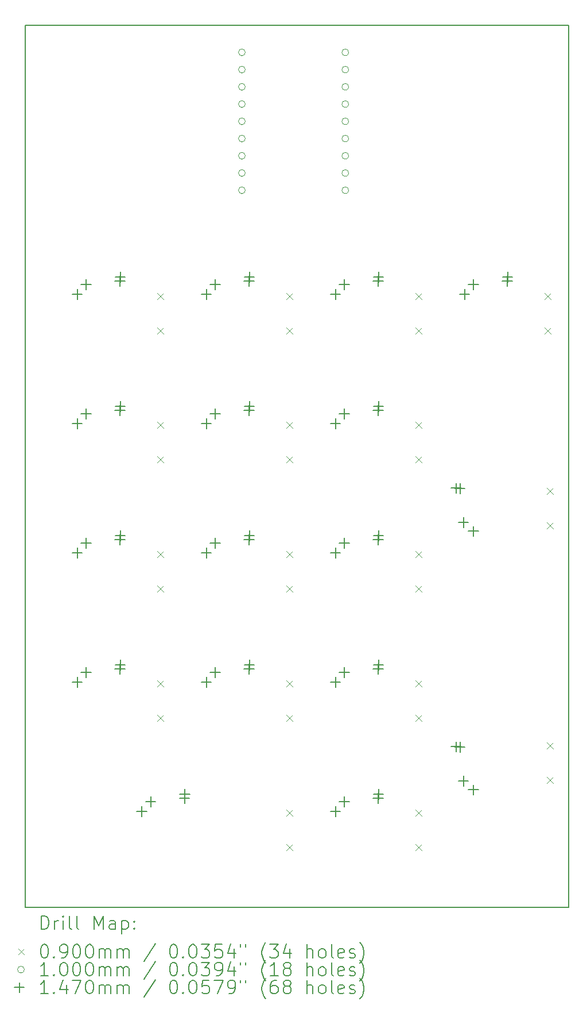
<source format=gbr>
%TF.GenerationSoftware,KiCad,Pcbnew,7.0.1*%
%TF.CreationDate,2023-10-11T20:02:27-04:00*%
%TF.ProjectId,keyboard,6b657962-6f61-4726-942e-6b696361645f,rev?*%
%TF.SameCoordinates,Original*%
%TF.FileFunction,Drillmap*%
%TF.FilePolarity,Positive*%
%FSLAX45Y45*%
G04 Gerber Fmt 4.5, Leading zero omitted, Abs format (unit mm)*
G04 Created by KiCad (PCBNEW 7.0.1) date 2023-10-11 20:02:27*
%MOMM*%
%LPD*%
G01*
G04 APERTURE LIST*
%ADD10C,0.200000*%
%ADD11C,0.090000*%
%ADD12C,0.100000*%
%ADD13C,0.147000*%
G04 APERTURE END LIST*
D10*
X26000000Y-10200000D02*
X34020000Y-10200000D01*
X34020000Y-23200000D02*
X26000000Y-23200000D01*
X34020000Y-10200000D02*
X34020000Y-23200000D01*
X26000000Y-23200000D02*
X26000000Y-10200000D01*
D11*
X27950000Y-14147000D02*
X28040000Y-14237000D01*
X28040000Y-14147000D02*
X27950000Y-14237000D01*
X27950000Y-14655000D02*
X28040000Y-14745000D01*
X28040000Y-14655000D02*
X27950000Y-14745000D01*
X27950000Y-16043000D02*
X28040000Y-16133000D01*
X28040000Y-16043000D02*
X27950000Y-16133000D01*
X27950000Y-16551000D02*
X28040000Y-16641000D01*
X28040000Y-16551000D02*
X27950000Y-16641000D01*
X27950000Y-17948000D02*
X28040000Y-18038000D01*
X28040000Y-17948000D02*
X27950000Y-18038000D01*
X27950000Y-18456000D02*
X28040000Y-18546000D01*
X28040000Y-18456000D02*
X27950000Y-18546000D01*
X27950000Y-19853000D02*
X28040000Y-19943000D01*
X28040000Y-19853000D02*
X27950000Y-19943000D01*
X27950000Y-20361000D02*
X28040000Y-20451000D01*
X28040000Y-20361000D02*
X27950000Y-20451000D01*
X29855000Y-14147000D02*
X29945000Y-14237000D01*
X29945000Y-14147000D02*
X29855000Y-14237000D01*
X29855000Y-14655000D02*
X29945000Y-14745000D01*
X29945000Y-14655000D02*
X29855000Y-14745000D01*
X29855000Y-16043000D02*
X29945000Y-16133000D01*
X29945000Y-16043000D02*
X29855000Y-16133000D01*
X29855000Y-16551000D02*
X29945000Y-16641000D01*
X29945000Y-16551000D02*
X29855000Y-16641000D01*
X29855000Y-17948000D02*
X29945000Y-18038000D01*
X29945000Y-17948000D02*
X29855000Y-18038000D01*
X29855000Y-18456000D02*
X29945000Y-18546000D01*
X29945000Y-18456000D02*
X29855000Y-18546000D01*
X29855000Y-19853000D02*
X29945000Y-19943000D01*
X29945000Y-19853000D02*
X29855000Y-19943000D01*
X29855000Y-20361000D02*
X29945000Y-20451000D01*
X29945000Y-20361000D02*
X29855000Y-20451000D01*
X29855000Y-21758000D02*
X29945000Y-21848000D01*
X29945000Y-21758000D02*
X29855000Y-21848000D01*
X29855000Y-22266000D02*
X29945000Y-22356000D01*
X29945000Y-22266000D02*
X29855000Y-22356000D01*
X31760000Y-14147000D02*
X31850000Y-14237000D01*
X31850000Y-14147000D02*
X31760000Y-14237000D01*
X31760000Y-14655000D02*
X31850000Y-14745000D01*
X31850000Y-14655000D02*
X31760000Y-14745000D01*
X31760000Y-16043000D02*
X31850000Y-16133000D01*
X31850000Y-16043000D02*
X31760000Y-16133000D01*
X31760000Y-16551000D02*
X31850000Y-16641000D01*
X31850000Y-16551000D02*
X31760000Y-16641000D01*
X31760000Y-17948000D02*
X31850000Y-18038000D01*
X31850000Y-17948000D02*
X31760000Y-18038000D01*
X31760000Y-18456000D02*
X31850000Y-18546000D01*
X31850000Y-18456000D02*
X31760000Y-18546000D01*
X31760000Y-19853000D02*
X31850000Y-19943000D01*
X31850000Y-19853000D02*
X31760000Y-19943000D01*
X31760000Y-20361000D02*
X31850000Y-20451000D01*
X31850000Y-20361000D02*
X31760000Y-20451000D01*
X31760000Y-21758000D02*
X31850000Y-21848000D01*
X31850000Y-21758000D02*
X31760000Y-21848000D01*
X31760000Y-22266000D02*
X31850000Y-22356000D01*
X31850000Y-22266000D02*
X31760000Y-22356000D01*
X33665000Y-14147500D02*
X33755000Y-14237500D01*
X33755000Y-14147500D02*
X33665000Y-14237500D01*
X33665000Y-14655500D02*
X33755000Y-14745500D01*
X33755000Y-14655500D02*
X33665000Y-14745500D01*
X33699000Y-17020000D02*
X33789000Y-17110000D01*
X33789000Y-17020000D02*
X33699000Y-17110000D01*
X33699000Y-17528000D02*
X33789000Y-17618000D01*
X33789000Y-17528000D02*
X33699000Y-17618000D01*
X33699000Y-20770000D02*
X33789000Y-20860000D01*
X33789000Y-20770000D02*
X33699000Y-20860000D01*
X33699000Y-21278000D02*
X33789000Y-21368000D01*
X33789000Y-21278000D02*
X33699000Y-21368000D01*
D12*
X29250000Y-10600000D02*
G75*
G03*
X29250000Y-10600000I-50000J0D01*
G01*
X29250000Y-10854000D02*
G75*
G03*
X29250000Y-10854000I-50000J0D01*
G01*
X29250000Y-11108000D02*
G75*
G03*
X29250000Y-11108000I-50000J0D01*
G01*
X29250000Y-11362000D02*
G75*
G03*
X29250000Y-11362000I-50000J0D01*
G01*
X29250000Y-11616000D02*
G75*
G03*
X29250000Y-11616000I-50000J0D01*
G01*
X29250000Y-11870000D02*
G75*
G03*
X29250000Y-11870000I-50000J0D01*
G01*
X29250000Y-12124000D02*
G75*
G03*
X29250000Y-12124000I-50000J0D01*
G01*
X29250000Y-12378000D02*
G75*
G03*
X29250000Y-12378000I-50000J0D01*
G01*
X29250000Y-12632000D02*
G75*
G03*
X29250000Y-12632000I-50000J0D01*
G01*
X30775000Y-10600000D02*
G75*
G03*
X30775000Y-10600000I-50000J0D01*
G01*
X30775000Y-10854000D02*
G75*
G03*
X30775000Y-10854000I-50000J0D01*
G01*
X30775000Y-11108000D02*
G75*
G03*
X30775000Y-11108000I-50000J0D01*
G01*
X30775000Y-11362000D02*
G75*
G03*
X30775000Y-11362000I-50000J0D01*
G01*
X30775000Y-11616000D02*
G75*
G03*
X30775000Y-11616000I-50000J0D01*
G01*
X30775000Y-11870000D02*
G75*
G03*
X30775000Y-11870000I-50000J0D01*
G01*
X30775000Y-12124000D02*
G75*
G03*
X30775000Y-12124000I-50000J0D01*
G01*
X30775000Y-12378000D02*
G75*
G03*
X30775000Y-12378000I-50000J0D01*
G01*
X30775000Y-12632000D02*
G75*
G03*
X30775000Y-12632000I-50000J0D01*
G01*
D13*
X26770000Y-14090500D02*
X26770000Y-14237500D01*
X26696500Y-14164000D02*
X26843500Y-14164000D01*
X26770000Y-15995500D02*
X26770000Y-16142500D01*
X26696500Y-16069000D02*
X26843500Y-16069000D01*
X26770000Y-17900500D02*
X26770000Y-18047500D01*
X26696500Y-17974000D02*
X26843500Y-17974000D01*
X26770000Y-19805500D02*
X26770000Y-19952500D01*
X26696500Y-19879000D02*
X26843500Y-19879000D01*
X26901000Y-13944500D02*
X26901000Y-14091500D01*
X26827500Y-14018000D02*
X26974500Y-14018000D01*
X26901000Y-15849500D02*
X26901000Y-15996500D01*
X26827500Y-15923000D02*
X26974500Y-15923000D01*
X26901000Y-17754500D02*
X26901000Y-17901500D01*
X26827500Y-17828000D02*
X26974500Y-17828000D01*
X26901000Y-19659500D02*
X26901000Y-19806500D01*
X26827500Y-19733000D02*
X26974500Y-19733000D01*
X27401000Y-13894500D02*
X27401000Y-14041500D01*
X27327500Y-13968000D02*
X27474500Y-13968000D01*
X27401000Y-15799500D02*
X27401000Y-15946500D01*
X27327500Y-15873000D02*
X27474500Y-15873000D01*
X27401000Y-17704500D02*
X27401000Y-17851500D01*
X27327500Y-17778000D02*
X27474500Y-17778000D01*
X27401000Y-19609500D02*
X27401000Y-19756500D01*
X27327500Y-19683000D02*
X27474500Y-19683000D01*
X27405000Y-13836500D02*
X27405000Y-13983500D01*
X27331500Y-13910000D02*
X27478500Y-13910000D01*
X27405000Y-15741500D02*
X27405000Y-15888500D01*
X27331500Y-15815000D02*
X27478500Y-15815000D01*
X27405000Y-17646500D02*
X27405000Y-17793500D01*
X27331500Y-17720000D02*
X27478500Y-17720000D01*
X27405000Y-19551500D02*
X27405000Y-19698500D01*
X27331500Y-19625000D02*
X27478500Y-19625000D01*
X27722500Y-21710500D02*
X27722500Y-21857500D01*
X27649000Y-21784000D02*
X27796000Y-21784000D01*
X27853500Y-21564500D02*
X27853500Y-21711500D01*
X27780000Y-21638000D02*
X27927000Y-21638000D01*
X28353500Y-21514500D02*
X28353500Y-21661500D01*
X28280000Y-21588000D02*
X28427000Y-21588000D01*
X28357500Y-21456500D02*
X28357500Y-21603500D01*
X28284000Y-21530000D02*
X28431000Y-21530000D01*
X28675000Y-14090500D02*
X28675000Y-14237500D01*
X28601500Y-14164000D02*
X28748500Y-14164000D01*
X28675000Y-15995500D02*
X28675000Y-16142500D01*
X28601500Y-16069000D02*
X28748500Y-16069000D01*
X28675000Y-17900500D02*
X28675000Y-18047500D01*
X28601500Y-17974000D02*
X28748500Y-17974000D01*
X28675000Y-19805500D02*
X28675000Y-19952500D01*
X28601500Y-19879000D02*
X28748500Y-19879000D01*
X28806000Y-13944500D02*
X28806000Y-14091500D01*
X28732500Y-14018000D02*
X28879500Y-14018000D01*
X28806000Y-15849500D02*
X28806000Y-15996500D01*
X28732500Y-15923000D02*
X28879500Y-15923000D01*
X28806000Y-17754500D02*
X28806000Y-17901500D01*
X28732500Y-17828000D02*
X28879500Y-17828000D01*
X28806000Y-19659500D02*
X28806000Y-19806500D01*
X28732500Y-19733000D02*
X28879500Y-19733000D01*
X29306000Y-13894500D02*
X29306000Y-14041500D01*
X29232500Y-13968000D02*
X29379500Y-13968000D01*
X29306000Y-15799500D02*
X29306000Y-15946500D01*
X29232500Y-15873000D02*
X29379500Y-15873000D01*
X29306000Y-17704500D02*
X29306000Y-17851500D01*
X29232500Y-17778000D02*
X29379500Y-17778000D01*
X29306000Y-19609500D02*
X29306000Y-19756500D01*
X29232500Y-19683000D02*
X29379500Y-19683000D01*
X29310000Y-13836500D02*
X29310000Y-13983500D01*
X29236500Y-13910000D02*
X29383500Y-13910000D01*
X29310000Y-15741500D02*
X29310000Y-15888500D01*
X29236500Y-15815000D02*
X29383500Y-15815000D01*
X29310000Y-17646500D02*
X29310000Y-17793500D01*
X29236500Y-17720000D02*
X29383500Y-17720000D01*
X29310000Y-19551500D02*
X29310000Y-19698500D01*
X29236500Y-19625000D02*
X29383500Y-19625000D01*
X30580000Y-14090500D02*
X30580000Y-14237500D01*
X30506500Y-14164000D02*
X30653500Y-14164000D01*
X30580000Y-15995500D02*
X30580000Y-16142500D01*
X30506500Y-16069000D02*
X30653500Y-16069000D01*
X30580000Y-17900500D02*
X30580000Y-18047500D01*
X30506500Y-17974000D02*
X30653500Y-17974000D01*
X30580000Y-19805500D02*
X30580000Y-19952500D01*
X30506500Y-19879000D02*
X30653500Y-19879000D01*
X30580000Y-21710500D02*
X30580000Y-21857500D01*
X30506500Y-21784000D02*
X30653500Y-21784000D01*
X30711000Y-13944500D02*
X30711000Y-14091500D01*
X30637500Y-14018000D02*
X30784500Y-14018000D01*
X30711000Y-15849500D02*
X30711000Y-15996500D01*
X30637500Y-15923000D02*
X30784500Y-15923000D01*
X30711000Y-17754500D02*
X30711000Y-17901500D01*
X30637500Y-17828000D02*
X30784500Y-17828000D01*
X30711000Y-19659500D02*
X30711000Y-19806500D01*
X30637500Y-19733000D02*
X30784500Y-19733000D01*
X30711000Y-21564500D02*
X30711000Y-21711500D01*
X30637500Y-21638000D02*
X30784500Y-21638000D01*
X31211000Y-13894500D02*
X31211000Y-14041500D01*
X31137500Y-13968000D02*
X31284500Y-13968000D01*
X31211000Y-15799500D02*
X31211000Y-15946500D01*
X31137500Y-15873000D02*
X31284500Y-15873000D01*
X31211000Y-17704500D02*
X31211000Y-17851500D01*
X31137500Y-17778000D02*
X31284500Y-17778000D01*
X31211000Y-19609500D02*
X31211000Y-19756500D01*
X31137500Y-19683000D02*
X31284500Y-19683000D01*
X31211000Y-21514500D02*
X31211000Y-21661500D01*
X31137500Y-21588000D02*
X31284500Y-21588000D01*
X31215000Y-13836500D02*
X31215000Y-13983500D01*
X31141500Y-13910000D02*
X31288500Y-13910000D01*
X31215000Y-15741500D02*
X31215000Y-15888500D01*
X31141500Y-15815000D02*
X31288500Y-15815000D01*
X31215000Y-17646500D02*
X31215000Y-17793500D01*
X31141500Y-17720000D02*
X31288500Y-17720000D01*
X31215000Y-19551500D02*
X31215000Y-19698500D01*
X31141500Y-19625000D02*
X31288500Y-19625000D01*
X31215000Y-21456500D02*
X31215000Y-21603500D01*
X31141500Y-21530000D02*
X31288500Y-21530000D01*
X32360500Y-16946300D02*
X32360500Y-17093300D01*
X32287000Y-17019800D02*
X32434000Y-17019800D01*
X32360500Y-20756300D02*
X32360500Y-20903300D01*
X32287000Y-20829800D02*
X32434000Y-20829800D01*
X32418500Y-16950300D02*
X32418500Y-17097300D01*
X32345000Y-17023800D02*
X32492000Y-17023800D01*
X32418500Y-20760300D02*
X32418500Y-20907300D01*
X32345000Y-20833800D02*
X32492000Y-20833800D01*
X32468500Y-17450300D02*
X32468500Y-17597300D01*
X32395000Y-17523800D02*
X32542000Y-17523800D01*
X32468500Y-21260300D02*
X32468500Y-21407300D01*
X32395000Y-21333800D02*
X32542000Y-21333800D01*
X32485000Y-14090500D02*
X32485000Y-14237500D01*
X32411500Y-14164000D02*
X32558500Y-14164000D01*
X32614500Y-17581300D02*
X32614500Y-17728300D01*
X32541000Y-17654800D02*
X32688000Y-17654800D01*
X32614500Y-21391300D02*
X32614500Y-21538300D01*
X32541000Y-21464800D02*
X32688000Y-21464800D01*
X32616000Y-13944500D02*
X32616000Y-14091500D01*
X32542500Y-14018000D02*
X32689500Y-14018000D01*
X33116000Y-13894500D02*
X33116000Y-14041500D01*
X33042500Y-13968000D02*
X33189500Y-13968000D01*
X33120000Y-13836500D02*
X33120000Y-13983500D01*
X33046500Y-13910000D02*
X33193500Y-13910000D01*
D10*
X26237619Y-23522524D02*
X26237619Y-23322524D01*
X26237619Y-23322524D02*
X26285238Y-23322524D01*
X26285238Y-23322524D02*
X26313809Y-23332048D01*
X26313809Y-23332048D02*
X26332857Y-23351095D01*
X26332857Y-23351095D02*
X26342381Y-23370143D01*
X26342381Y-23370143D02*
X26351905Y-23408238D01*
X26351905Y-23408238D02*
X26351905Y-23436809D01*
X26351905Y-23436809D02*
X26342381Y-23474905D01*
X26342381Y-23474905D02*
X26332857Y-23493952D01*
X26332857Y-23493952D02*
X26313809Y-23513000D01*
X26313809Y-23513000D02*
X26285238Y-23522524D01*
X26285238Y-23522524D02*
X26237619Y-23522524D01*
X26437619Y-23522524D02*
X26437619Y-23389190D01*
X26437619Y-23427286D02*
X26447143Y-23408238D01*
X26447143Y-23408238D02*
X26456667Y-23398714D01*
X26456667Y-23398714D02*
X26475714Y-23389190D01*
X26475714Y-23389190D02*
X26494762Y-23389190D01*
X26561428Y-23522524D02*
X26561428Y-23389190D01*
X26561428Y-23322524D02*
X26551905Y-23332048D01*
X26551905Y-23332048D02*
X26561428Y-23341571D01*
X26561428Y-23341571D02*
X26570952Y-23332048D01*
X26570952Y-23332048D02*
X26561428Y-23322524D01*
X26561428Y-23322524D02*
X26561428Y-23341571D01*
X26685238Y-23522524D02*
X26666190Y-23513000D01*
X26666190Y-23513000D02*
X26656667Y-23493952D01*
X26656667Y-23493952D02*
X26656667Y-23322524D01*
X26790000Y-23522524D02*
X26770952Y-23513000D01*
X26770952Y-23513000D02*
X26761428Y-23493952D01*
X26761428Y-23493952D02*
X26761428Y-23322524D01*
X27018571Y-23522524D02*
X27018571Y-23322524D01*
X27018571Y-23322524D02*
X27085238Y-23465381D01*
X27085238Y-23465381D02*
X27151905Y-23322524D01*
X27151905Y-23322524D02*
X27151905Y-23522524D01*
X27332857Y-23522524D02*
X27332857Y-23417762D01*
X27332857Y-23417762D02*
X27323333Y-23398714D01*
X27323333Y-23398714D02*
X27304286Y-23389190D01*
X27304286Y-23389190D02*
X27266190Y-23389190D01*
X27266190Y-23389190D02*
X27247143Y-23398714D01*
X27332857Y-23513000D02*
X27313809Y-23522524D01*
X27313809Y-23522524D02*
X27266190Y-23522524D01*
X27266190Y-23522524D02*
X27247143Y-23513000D01*
X27247143Y-23513000D02*
X27237619Y-23493952D01*
X27237619Y-23493952D02*
X27237619Y-23474905D01*
X27237619Y-23474905D02*
X27247143Y-23455857D01*
X27247143Y-23455857D02*
X27266190Y-23446333D01*
X27266190Y-23446333D02*
X27313809Y-23446333D01*
X27313809Y-23446333D02*
X27332857Y-23436809D01*
X27428095Y-23389190D02*
X27428095Y-23589190D01*
X27428095Y-23398714D02*
X27447143Y-23389190D01*
X27447143Y-23389190D02*
X27485238Y-23389190D01*
X27485238Y-23389190D02*
X27504286Y-23398714D01*
X27504286Y-23398714D02*
X27513809Y-23408238D01*
X27513809Y-23408238D02*
X27523333Y-23427286D01*
X27523333Y-23427286D02*
X27523333Y-23484428D01*
X27523333Y-23484428D02*
X27513809Y-23503476D01*
X27513809Y-23503476D02*
X27504286Y-23513000D01*
X27504286Y-23513000D02*
X27485238Y-23522524D01*
X27485238Y-23522524D02*
X27447143Y-23522524D01*
X27447143Y-23522524D02*
X27428095Y-23513000D01*
X27609048Y-23503476D02*
X27618571Y-23513000D01*
X27618571Y-23513000D02*
X27609048Y-23522524D01*
X27609048Y-23522524D02*
X27599524Y-23513000D01*
X27599524Y-23513000D02*
X27609048Y-23503476D01*
X27609048Y-23503476D02*
X27609048Y-23522524D01*
X27609048Y-23398714D02*
X27618571Y-23408238D01*
X27618571Y-23408238D02*
X27609048Y-23417762D01*
X27609048Y-23417762D02*
X27599524Y-23408238D01*
X27599524Y-23408238D02*
X27609048Y-23398714D01*
X27609048Y-23398714D02*
X27609048Y-23417762D01*
D11*
X25900000Y-23805000D02*
X25990000Y-23895000D01*
X25990000Y-23805000D02*
X25900000Y-23895000D01*
D10*
X26275714Y-23742524D02*
X26294762Y-23742524D01*
X26294762Y-23742524D02*
X26313809Y-23752048D01*
X26313809Y-23752048D02*
X26323333Y-23761571D01*
X26323333Y-23761571D02*
X26332857Y-23780619D01*
X26332857Y-23780619D02*
X26342381Y-23818714D01*
X26342381Y-23818714D02*
X26342381Y-23866333D01*
X26342381Y-23866333D02*
X26332857Y-23904428D01*
X26332857Y-23904428D02*
X26323333Y-23923476D01*
X26323333Y-23923476D02*
X26313809Y-23933000D01*
X26313809Y-23933000D02*
X26294762Y-23942524D01*
X26294762Y-23942524D02*
X26275714Y-23942524D01*
X26275714Y-23942524D02*
X26256667Y-23933000D01*
X26256667Y-23933000D02*
X26247143Y-23923476D01*
X26247143Y-23923476D02*
X26237619Y-23904428D01*
X26237619Y-23904428D02*
X26228095Y-23866333D01*
X26228095Y-23866333D02*
X26228095Y-23818714D01*
X26228095Y-23818714D02*
X26237619Y-23780619D01*
X26237619Y-23780619D02*
X26247143Y-23761571D01*
X26247143Y-23761571D02*
X26256667Y-23752048D01*
X26256667Y-23752048D02*
X26275714Y-23742524D01*
X26428095Y-23923476D02*
X26437619Y-23933000D01*
X26437619Y-23933000D02*
X26428095Y-23942524D01*
X26428095Y-23942524D02*
X26418571Y-23933000D01*
X26418571Y-23933000D02*
X26428095Y-23923476D01*
X26428095Y-23923476D02*
X26428095Y-23942524D01*
X26532857Y-23942524D02*
X26570952Y-23942524D01*
X26570952Y-23942524D02*
X26590000Y-23933000D01*
X26590000Y-23933000D02*
X26599524Y-23923476D01*
X26599524Y-23923476D02*
X26618571Y-23894905D01*
X26618571Y-23894905D02*
X26628095Y-23856809D01*
X26628095Y-23856809D02*
X26628095Y-23780619D01*
X26628095Y-23780619D02*
X26618571Y-23761571D01*
X26618571Y-23761571D02*
X26609048Y-23752048D01*
X26609048Y-23752048D02*
X26590000Y-23742524D01*
X26590000Y-23742524D02*
X26551905Y-23742524D01*
X26551905Y-23742524D02*
X26532857Y-23752048D01*
X26532857Y-23752048D02*
X26523333Y-23761571D01*
X26523333Y-23761571D02*
X26513809Y-23780619D01*
X26513809Y-23780619D02*
X26513809Y-23828238D01*
X26513809Y-23828238D02*
X26523333Y-23847286D01*
X26523333Y-23847286D02*
X26532857Y-23856809D01*
X26532857Y-23856809D02*
X26551905Y-23866333D01*
X26551905Y-23866333D02*
X26590000Y-23866333D01*
X26590000Y-23866333D02*
X26609048Y-23856809D01*
X26609048Y-23856809D02*
X26618571Y-23847286D01*
X26618571Y-23847286D02*
X26628095Y-23828238D01*
X26751905Y-23742524D02*
X26770952Y-23742524D01*
X26770952Y-23742524D02*
X26790000Y-23752048D01*
X26790000Y-23752048D02*
X26799524Y-23761571D01*
X26799524Y-23761571D02*
X26809048Y-23780619D01*
X26809048Y-23780619D02*
X26818571Y-23818714D01*
X26818571Y-23818714D02*
X26818571Y-23866333D01*
X26818571Y-23866333D02*
X26809048Y-23904428D01*
X26809048Y-23904428D02*
X26799524Y-23923476D01*
X26799524Y-23923476D02*
X26790000Y-23933000D01*
X26790000Y-23933000D02*
X26770952Y-23942524D01*
X26770952Y-23942524D02*
X26751905Y-23942524D01*
X26751905Y-23942524D02*
X26732857Y-23933000D01*
X26732857Y-23933000D02*
X26723333Y-23923476D01*
X26723333Y-23923476D02*
X26713809Y-23904428D01*
X26713809Y-23904428D02*
X26704286Y-23866333D01*
X26704286Y-23866333D02*
X26704286Y-23818714D01*
X26704286Y-23818714D02*
X26713809Y-23780619D01*
X26713809Y-23780619D02*
X26723333Y-23761571D01*
X26723333Y-23761571D02*
X26732857Y-23752048D01*
X26732857Y-23752048D02*
X26751905Y-23742524D01*
X26942381Y-23742524D02*
X26961429Y-23742524D01*
X26961429Y-23742524D02*
X26980476Y-23752048D01*
X26980476Y-23752048D02*
X26990000Y-23761571D01*
X26990000Y-23761571D02*
X26999524Y-23780619D01*
X26999524Y-23780619D02*
X27009048Y-23818714D01*
X27009048Y-23818714D02*
X27009048Y-23866333D01*
X27009048Y-23866333D02*
X26999524Y-23904428D01*
X26999524Y-23904428D02*
X26990000Y-23923476D01*
X26990000Y-23923476D02*
X26980476Y-23933000D01*
X26980476Y-23933000D02*
X26961429Y-23942524D01*
X26961429Y-23942524D02*
X26942381Y-23942524D01*
X26942381Y-23942524D02*
X26923333Y-23933000D01*
X26923333Y-23933000D02*
X26913809Y-23923476D01*
X26913809Y-23923476D02*
X26904286Y-23904428D01*
X26904286Y-23904428D02*
X26894762Y-23866333D01*
X26894762Y-23866333D02*
X26894762Y-23818714D01*
X26894762Y-23818714D02*
X26904286Y-23780619D01*
X26904286Y-23780619D02*
X26913809Y-23761571D01*
X26913809Y-23761571D02*
X26923333Y-23752048D01*
X26923333Y-23752048D02*
X26942381Y-23742524D01*
X27094762Y-23942524D02*
X27094762Y-23809190D01*
X27094762Y-23828238D02*
X27104286Y-23818714D01*
X27104286Y-23818714D02*
X27123333Y-23809190D01*
X27123333Y-23809190D02*
X27151905Y-23809190D01*
X27151905Y-23809190D02*
X27170952Y-23818714D01*
X27170952Y-23818714D02*
X27180476Y-23837762D01*
X27180476Y-23837762D02*
X27180476Y-23942524D01*
X27180476Y-23837762D02*
X27190000Y-23818714D01*
X27190000Y-23818714D02*
X27209048Y-23809190D01*
X27209048Y-23809190D02*
X27237619Y-23809190D01*
X27237619Y-23809190D02*
X27256667Y-23818714D01*
X27256667Y-23818714D02*
X27266190Y-23837762D01*
X27266190Y-23837762D02*
X27266190Y-23942524D01*
X27361429Y-23942524D02*
X27361429Y-23809190D01*
X27361429Y-23828238D02*
X27370952Y-23818714D01*
X27370952Y-23818714D02*
X27390000Y-23809190D01*
X27390000Y-23809190D02*
X27418571Y-23809190D01*
X27418571Y-23809190D02*
X27437619Y-23818714D01*
X27437619Y-23818714D02*
X27447143Y-23837762D01*
X27447143Y-23837762D02*
X27447143Y-23942524D01*
X27447143Y-23837762D02*
X27456667Y-23818714D01*
X27456667Y-23818714D02*
X27475714Y-23809190D01*
X27475714Y-23809190D02*
X27504286Y-23809190D01*
X27504286Y-23809190D02*
X27523333Y-23818714D01*
X27523333Y-23818714D02*
X27532857Y-23837762D01*
X27532857Y-23837762D02*
X27532857Y-23942524D01*
X27923333Y-23733000D02*
X27751905Y-23990143D01*
X28180476Y-23742524D02*
X28199524Y-23742524D01*
X28199524Y-23742524D02*
X28218572Y-23752048D01*
X28218572Y-23752048D02*
X28228095Y-23761571D01*
X28228095Y-23761571D02*
X28237619Y-23780619D01*
X28237619Y-23780619D02*
X28247143Y-23818714D01*
X28247143Y-23818714D02*
X28247143Y-23866333D01*
X28247143Y-23866333D02*
X28237619Y-23904428D01*
X28237619Y-23904428D02*
X28228095Y-23923476D01*
X28228095Y-23923476D02*
X28218572Y-23933000D01*
X28218572Y-23933000D02*
X28199524Y-23942524D01*
X28199524Y-23942524D02*
X28180476Y-23942524D01*
X28180476Y-23942524D02*
X28161429Y-23933000D01*
X28161429Y-23933000D02*
X28151905Y-23923476D01*
X28151905Y-23923476D02*
X28142381Y-23904428D01*
X28142381Y-23904428D02*
X28132857Y-23866333D01*
X28132857Y-23866333D02*
X28132857Y-23818714D01*
X28132857Y-23818714D02*
X28142381Y-23780619D01*
X28142381Y-23780619D02*
X28151905Y-23761571D01*
X28151905Y-23761571D02*
X28161429Y-23752048D01*
X28161429Y-23752048D02*
X28180476Y-23742524D01*
X28332857Y-23923476D02*
X28342381Y-23933000D01*
X28342381Y-23933000D02*
X28332857Y-23942524D01*
X28332857Y-23942524D02*
X28323333Y-23933000D01*
X28323333Y-23933000D02*
X28332857Y-23923476D01*
X28332857Y-23923476D02*
X28332857Y-23942524D01*
X28466191Y-23742524D02*
X28485238Y-23742524D01*
X28485238Y-23742524D02*
X28504286Y-23752048D01*
X28504286Y-23752048D02*
X28513810Y-23761571D01*
X28513810Y-23761571D02*
X28523333Y-23780619D01*
X28523333Y-23780619D02*
X28532857Y-23818714D01*
X28532857Y-23818714D02*
X28532857Y-23866333D01*
X28532857Y-23866333D02*
X28523333Y-23904428D01*
X28523333Y-23904428D02*
X28513810Y-23923476D01*
X28513810Y-23923476D02*
X28504286Y-23933000D01*
X28504286Y-23933000D02*
X28485238Y-23942524D01*
X28485238Y-23942524D02*
X28466191Y-23942524D01*
X28466191Y-23942524D02*
X28447143Y-23933000D01*
X28447143Y-23933000D02*
X28437619Y-23923476D01*
X28437619Y-23923476D02*
X28428095Y-23904428D01*
X28428095Y-23904428D02*
X28418572Y-23866333D01*
X28418572Y-23866333D02*
X28418572Y-23818714D01*
X28418572Y-23818714D02*
X28428095Y-23780619D01*
X28428095Y-23780619D02*
X28437619Y-23761571D01*
X28437619Y-23761571D02*
X28447143Y-23752048D01*
X28447143Y-23752048D02*
X28466191Y-23742524D01*
X28599524Y-23742524D02*
X28723333Y-23742524D01*
X28723333Y-23742524D02*
X28656667Y-23818714D01*
X28656667Y-23818714D02*
X28685238Y-23818714D01*
X28685238Y-23818714D02*
X28704286Y-23828238D01*
X28704286Y-23828238D02*
X28713810Y-23837762D01*
X28713810Y-23837762D02*
X28723333Y-23856809D01*
X28723333Y-23856809D02*
X28723333Y-23904428D01*
X28723333Y-23904428D02*
X28713810Y-23923476D01*
X28713810Y-23923476D02*
X28704286Y-23933000D01*
X28704286Y-23933000D02*
X28685238Y-23942524D01*
X28685238Y-23942524D02*
X28628095Y-23942524D01*
X28628095Y-23942524D02*
X28609048Y-23933000D01*
X28609048Y-23933000D02*
X28599524Y-23923476D01*
X28904286Y-23742524D02*
X28809048Y-23742524D01*
X28809048Y-23742524D02*
X28799524Y-23837762D01*
X28799524Y-23837762D02*
X28809048Y-23828238D01*
X28809048Y-23828238D02*
X28828095Y-23818714D01*
X28828095Y-23818714D02*
X28875714Y-23818714D01*
X28875714Y-23818714D02*
X28894762Y-23828238D01*
X28894762Y-23828238D02*
X28904286Y-23837762D01*
X28904286Y-23837762D02*
X28913810Y-23856809D01*
X28913810Y-23856809D02*
X28913810Y-23904428D01*
X28913810Y-23904428D02*
X28904286Y-23923476D01*
X28904286Y-23923476D02*
X28894762Y-23933000D01*
X28894762Y-23933000D02*
X28875714Y-23942524D01*
X28875714Y-23942524D02*
X28828095Y-23942524D01*
X28828095Y-23942524D02*
X28809048Y-23933000D01*
X28809048Y-23933000D02*
X28799524Y-23923476D01*
X29085238Y-23809190D02*
X29085238Y-23942524D01*
X29037619Y-23733000D02*
X28990000Y-23875857D01*
X28990000Y-23875857D02*
X29113810Y-23875857D01*
X29180476Y-23742524D02*
X29180476Y-23780619D01*
X29256667Y-23742524D02*
X29256667Y-23780619D01*
X29551905Y-24018714D02*
X29542381Y-24009190D01*
X29542381Y-24009190D02*
X29523334Y-23980619D01*
X29523334Y-23980619D02*
X29513810Y-23961571D01*
X29513810Y-23961571D02*
X29504286Y-23933000D01*
X29504286Y-23933000D02*
X29494762Y-23885381D01*
X29494762Y-23885381D02*
X29494762Y-23847286D01*
X29494762Y-23847286D02*
X29504286Y-23799667D01*
X29504286Y-23799667D02*
X29513810Y-23771095D01*
X29513810Y-23771095D02*
X29523334Y-23752048D01*
X29523334Y-23752048D02*
X29542381Y-23723476D01*
X29542381Y-23723476D02*
X29551905Y-23713952D01*
X29609048Y-23742524D02*
X29732857Y-23742524D01*
X29732857Y-23742524D02*
X29666191Y-23818714D01*
X29666191Y-23818714D02*
X29694762Y-23818714D01*
X29694762Y-23818714D02*
X29713810Y-23828238D01*
X29713810Y-23828238D02*
X29723334Y-23837762D01*
X29723334Y-23837762D02*
X29732857Y-23856809D01*
X29732857Y-23856809D02*
X29732857Y-23904428D01*
X29732857Y-23904428D02*
X29723334Y-23923476D01*
X29723334Y-23923476D02*
X29713810Y-23933000D01*
X29713810Y-23933000D02*
X29694762Y-23942524D01*
X29694762Y-23942524D02*
X29637619Y-23942524D01*
X29637619Y-23942524D02*
X29618572Y-23933000D01*
X29618572Y-23933000D02*
X29609048Y-23923476D01*
X29904286Y-23809190D02*
X29904286Y-23942524D01*
X29856667Y-23733000D02*
X29809048Y-23875857D01*
X29809048Y-23875857D02*
X29932857Y-23875857D01*
X30161429Y-23942524D02*
X30161429Y-23742524D01*
X30247143Y-23942524D02*
X30247143Y-23837762D01*
X30247143Y-23837762D02*
X30237619Y-23818714D01*
X30237619Y-23818714D02*
X30218572Y-23809190D01*
X30218572Y-23809190D02*
X30190000Y-23809190D01*
X30190000Y-23809190D02*
X30170953Y-23818714D01*
X30170953Y-23818714D02*
X30161429Y-23828238D01*
X30370953Y-23942524D02*
X30351905Y-23933000D01*
X30351905Y-23933000D02*
X30342381Y-23923476D01*
X30342381Y-23923476D02*
X30332857Y-23904428D01*
X30332857Y-23904428D02*
X30332857Y-23847286D01*
X30332857Y-23847286D02*
X30342381Y-23828238D01*
X30342381Y-23828238D02*
X30351905Y-23818714D01*
X30351905Y-23818714D02*
X30370953Y-23809190D01*
X30370953Y-23809190D02*
X30399524Y-23809190D01*
X30399524Y-23809190D02*
X30418572Y-23818714D01*
X30418572Y-23818714D02*
X30428096Y-23828238D01*
X30428096Y-23828238D02*
X30437619Y-23847286D01*
X30437619Y-23847286D02*
X30437619Y-23904428D01*
X30437619Y-23904428D02*
X30428096Y-23923476D01*
X30428096Y-23923476D02*
X30418572Y-23933000D01*
X30418572Y-23933000D02*
X30399524Y-23942524D01*
X30399524Y-23942524D02*
X30370953Y-23942524D01*
X30551905Y-23942524D02*
X30532857Y-23933000D01*
X30532857Y-23933000D02*
X30523334Y-23913952D01*
X30523334Y-23913952D02*
X30523334Y-23742524D01*
X30704286Y-23933000D02*
X30685238Y-23942524D01*
X30685238Y-23942524D02*
X30647143Y-23942524D01*
X30647143Y-23942524D02*
X30628096Y-23933000D01*
X30628096Y-23933000D02*
X30618572Y-23913952D01*
X30618572Y-23913952D02*
X30618572Y-23837762D01*
X30618572Y-23837762D02*
X30628096Y-23818714D01*
X30628096Y-23818714D02*
X30647143Y-23809190D01*
X30647143Y-23809190D02*
X30685238Y-23809190D01*
X30685238Y-23809190D02*
X30704286Y-23818714D01*
X30704286Y-23818714D02*
X30713810Y-23837762D01*
X30713810Y-23837762D02*
X30713810Y-23856809D01*
X30713810Y-23856809D02*
X30618572Y-23875857D01*
X30790000Y-23933000D02*
X30809048Y-23942524D01*
X30809048Y-23942524D02*
X30847143Y-23942524D01*
X30847143Y-23942524D02*
X30866191Y-23933000D01*
X30866191Y-23933000D02*
X30875715Y-23913952D01*
X30875715Y-23913952D02*
X30875715Y-23904428D01*
X30875715Y-23904428D02*
X30866191Y-23885381D01*
X30866191Y-23885381D02*
X30847143Y-23875857D01*
X30847143Y-23875857D02*
X30818572Y-23875857D01*
X30818572Y-23875857D02*
X30799524Y-23866333D01*
X30799524Y-23866333D02*
X30790000Y-23847286D01*
X30790000Y-23847286D02*
X30790000Y-23837762D01*
X30790000Y-23837762D02*
X30799524Y-23818714D01*
X30799524Y-23818714D02*
X30818572Y-23809190D01*
X30818572Y-23809190D02*
X30847143Y-23809190D01*
X30847143Y-23809190D02*
X30866191Y-23818714D01*
X30942381Y-24018714D02*
X30951905Y-24009190D01*
X30951905Y-24009190D02*
X30970953Y-23980619D01*
X30970953Y-23980619D02*
X30980477Y-23961571D01*
X30980477Y-23961571D02*
X30990000Y-23933000D01*
X30990000Y-23933000D02*
X30999524Y-23885381D01*
X30999524Y-23885381D02*
X30999524Y-23847286D01*
X30999524Y-23847286D02*
X30990000Y-23799667D01*
X30990000Y-23799667D02*
X30980477Y-23771095D01*
X30980477Y-23771095D02*
X30970953Y-23752048D01*
X30970953Y-23752048D02*
X30951905Y-23723476D01*
X30951905Y-23723476D02*
X30942381Y-23713952D01*
D12*
X25990000Y-24114000D02*
G75*
G03*
X25990000Y-24114000I-50000J0D01*
G01*
D10*
X26342381Y-24206524D02*
X26228095Y-24206524D01*
X26285238Y-24206524D02*
X26285238Y-24006524D01*
X26285238Y-24006524D02*
X26266190Y-24035095D01*
X26266190Y-24035095D02*
X26247143Y-24054143D01*
X26247143Y-24054143D02*
X26228095Y-24063667D01*
X26428095Y-24187476D02*
X26437619Y-24197000D01*
X26437619Y-24197000D02*
X26428095Y-24206524D01*
X26428095Y-24206524D02*
X26418571Y-24197000D01*
X26418571Y-24197000D02*
X26428095Y-24187476D01*
X26428095Y-24187476D02*
X26428095Y-24206524D01*
X26561428Y-24006524D02*
X26580476Y-24006524D01*
X26580476Y-24006524D02*
X26599524Y-24016048D01*
X26599524Y-24016048D02*
X26609048Y-24025571D01*
X26609048Y-24025571D02*
X26618571Y-24044619D01*
X26618571Y-24044619D02*
X26628095Y-24082714D01*
X26628095Y-24082714D02*
X26628095Y-24130333D01*
X26628095Y-24130333D02*
X26618571Y-24168428D01*
X26618571Y-24168428D02*
X26609048Y-24187476D01*
X26609048Y-24187476D02*
X26599524Y-24197000D01*
X26599524Y-24197000D02*
X26580476Y-24206524D01*
X26580476Y-24206524D02*
X26561428Y-24206524D01*
X26561428Y-24206524D02*
X26542381Y-24197000D01*
X26542381Y-24197000D02*
X26532857Y-24187476D01*
X26532857Y-24187476D02*
X26523333Y-24168428D01*
X26523333Y-24168428D02*
X26513809Y-24130333D01*
X26513809Y-24130333D02*
X26513809Y-24082714D01*
X26513809Y-24082714D02*
X26523333Y-24044619D01*
X26523333Y-24044619D02*
X26532857Y-24025571D01*
X26532857Y-24025571D02*
X26542381Y-24016048D01*
X26542381Y-24016048D02*
X26561428Y-24006524D01*
X26751905Y-24006524D02*
X26770952Y-24006524D01*
X26770952Y-24006524D02*
X26790000Y-24016048D01*
X26790000Y-24016048D02*
X26799524Y-24025571D01*
X26799524Y-24025571D02*
X26809048Y-24044619D01*
X26809048Y-24044619D02*
X26818571Y-24082714D01*
X26818571Y-24082714D02*
X26818571Y-24130333D01*
X26818571Y-24130333D02*
X26809048Y-24168428D01*
X26809048Y-24168428D02*
X26799524Y-24187476D01*
X26799524Y-24187476D02*
X26790000Y-24197000D01*
X26790000Y-24197000D02*
X26770952Y-24206524D01*
X26770952Y-24206524D02*
X26751905Y-24206524D01*
X26751905Y-24206524D02*
X26732857Y-24197000D01*
X26732857Y-24197000D02*
X26723333Y-24187476D01*
X26723333Y-24187476D02*
X26713809Y-24168428D01*
X26713809Y-24168428D02*
X26704286Y-24130333D01*
X26704286Y-24130333D02*
X26704286Y-24082714D01*
X26704286Y-24082714D02*
X26713809Y-24044619D01*
X26713809Y-24044619D02*
X26723333Y-24025571D01*
X26723333Y-24025571D02*
X26732857Y-24016048D01*
X26732857Y-24016048D02*
X26751905Y-24006524D01*
X26942381Y-24006524D02*
X26961429Y-24006524D01*
X26961429Y-24006524D02*
X26980476Y-24016048D01*
X26980476Y-24016048D02*
X26990000Y-24025571D01*
X26990000Y-24025571D02*
X26999524Y-24044619D01*
X26999524Y-24044619D02*
X27009048Y-24082714D01*
X27009048Y-24082714D02*
X27009048Y-24130333D01*
X27009048Y-24130333D02*
X26999524Y-24168428D01*
X26999524Y-24168428D02*
X26990000Y-24187476D01*
X26990000Y-24187476D02*
X26980476Y-24197000D01*
X26980476Y-24197000D02*
X26961429Y-24206524D01*
X26961429Y-24206524D02*
X26942381Y-24206524D01*
X26942381Y-24206524D02*
X26923333Y-24197000D01*
X26923333Y-24197000D02*
X26913809Y-24187476D01*
X26913809Y-24187476D02*
X26904286Y-24168428D01*
X26904286Y-24168428D02*
X26894762Y-24130333D01*
X26894762Y-24130333D02*
X26894762Y-24082714D01*
X26894762Y-24082714D02*
X26904286Y-24044619D01*
X26904286Y-24044619D02*
X26913809Y-24025571D01*
X26913809Y-24025571D02*
X26923333Y-24016048D01*
X26923333Y-24016048D02*
X26942381Y-24006524D01*
X27094762Y-24206524D02*
X27094762Y-24073190D01*
X27094762Y-24092238D02*
X27104286Y-24082714D01*
X27104286Y-24082714D02*
X27123333Y-24073190D01*
X27123333Y-24073190D02*
X27151905Y-24073190D01*
X27151905Y-24073190D02*
X27170952Y-24082714D01*
X27170952Y-24082714D02*
X27180476Y-24101762D01*
X27180476Y-24101762D02*
X27180476Y-24206524D01*
X27180476Y-24101762D02*
X27190000Y-24082714D01*
X27190000Y-24082714D02*
X27209048Y-24073190D01*
X27209048Y-24073190D02*
X27237619Y-24073190D01*
X27237619Y-24073190D02*
X27256667Y-24082714D01*
X27256667Y-24082714D02*
X27266190Y-24101762D01*
X27266190Y-24101762D02*
X27266190Y-24206524D01*
X27361429Y-24206524D02*
X27361429Y-24073190D01*
X27361429Y-24092238D02*
X27370952Y-24082714D01*
X27370952Y-24082714D02*
X27390000Y-24073190D01*
X27390000Y-24073190D02*
X27418571Y-24073190D01*
X27418571Y-24073190D02*
X27437619Y-24082714D01*
X27437619Y-24082714D02*
X27447143Y-24101762D01*
X27447143Y-24101762D02*
X27447143Y-24206524D01*
X27447143Y-24101762D02*
X27456667Y-24082714D01*
X27456667Y-24082714D02*
X27475714Y-24073190D01*
X27475714Y-24073190D02*
X27504286Y-24073190D01*
X27504286Y-24073190D02*
X27523333Y-24082714D01*
X27523333Y-24082714D02*
X27532857Y-24101762D01*
X27532857Y-24101762D02*
X27532857Y-24206524D01*
X27923333Y-23997000D02*
X27751905Y-24254143D01*
X28180476Y-24006524D02*
X28199524Y-24006524D01*
X28199524Y-24006524D02*
X28218572Y-24016048D01*
X28218572Y-24016048D02*
X28228095Y-24025571D01*
X28228095Y-24025571D02*
X28237619Y-24044619D01*
X28237619Y-24044619D02*
X28247143Y-24082714D01*
X28247143Y-24082714D02*
X28247143Y-24130333D01*
X28247143Y-24130333D02*
X28237619Y-24168428D01*
X28237619Y-24168428D02*
X28228095Y-24187476D01*
X28228095Y-24187476D02*
X28218572Y-24197000D01*
X28218572Y-24197000D02*
X28199524Y-24206524D01*
X28199524Y-24206524D02*
X28180476Y-24206524D01*
X28180476Y-24206524D02*
X28161429Y-24197000D01*
X28161429Y-24197000D02*
X28151905Y-24187476D01*
X28151905Y-24187476D02*
X28142381Y-24168428D01*
X28142381Y-24168428D02*
X28132857Y-24130333D01*
X28132857Y-24130333D02*
X28132857Y-24082714D01*
X28132857Y-24082714D02*
X28142381Y-24044619D01*
X28142381Y-24044619D02*
X28151905Y-24025571D01*
X28151905Y-24025571D02*
X28161429Y-24016048D01*
X28161429Y-24016048D02*
X28180476Y-24006524D01*
X28332857Y-24187476D02*
X28342381Y-24197000D01*
X28342381Y-24197000D02*
X28332857Y-24206524D01*
X28332857Y-24206524D02*
X28323333Y-24197000D01*
X28323333Y-24197000D02*
X28332857Y-24187476D01*
X28332857Y-24187476D02*
X28332857Y-24206524D01*
X28466191Y-24006524D02*
X28485238Y-24006524D01*
X28485238Y-24006524D02*
X28504286Y-24016048D01*
X28504286Y-24016048D02*
X28513810Y-24025571D01*
X28513810Y-24025571D02*
X28523333Y-24044619D01*
X28523333Y-24044619D02*
X28532857Y-24082714D01*
X28532857Y-24082714D02*
X28532857Y-24130333D01*
X28532857Y-24130333D02*
X28523333Y-24168428D01*
X28523333Y-24168428D02*
X28513810Y-24187476D01*
X28513810Y-24187476D02*
X28504286Y-24197000D01*
X28504286Y-24197000D02*
X28485238Y-24206524D01*
X28485238Y-24206524D02*
X28466191Y-24206524D01*
X28466191Y-24206524D02*
X28447143Y-24197000D01*
X28447143Y-24197000D02*
X28437619Y-24187476D01*
X28437619Y-24187476D02*
X28428095Y-24168428D01*
X28428095Y-24168428D02*
X28418572Y-24130333D01*
X28418572Y-24130333D02*
X28418572Y-24082714D01*
X28418572Y-24082714D02*
X28428095Y-24044619D01*
X28428095Y-24044619D02*
X28437619Y-24025571D01*
X28437619Y-24025571D02*
X28447143Y-24016048D01*
X28447143Y-24016048D02*
X28466191Y-24006524D01*
X28599524Y-24006524D02*
X28723333Y-24006524D01*
X28723333Y-24006524D02*
X28656667Y-24082714D01*
X28656667Y-24082714D02*
X28685238Y-24082714D01*
X28685238Y-24082714D02*
X28704286Y-24092238D01*
X28704286Y-24092238D02*
X28713810Y-24101762D01*
X28713810Y-24101762D02*
X28723333Y-24120809D01*
X28723333Y-24120809D02*
X28723333Y-24168428D01*
X28723333Y-24168428D02*
X28713810Y-24187476D01*
X28713810Y-24187476D02*
X28704286Y-24197000D01*
X28704286Y-24197000D02*
X28685238Y-24206524D01*
X28685238Y-24206524D02*
X28628095Y-24206524D01*
X28628095Y-24206524D02*
X28609048Y-24197000D01*
X28609048Y-24197000D02*
X28599524Y-24187476D01*
X28818572Y-24206524D02*
X28856667Y-24206524D01*
X28856667Y-24206524D02*
X28875714Y-24197000D01*
X28875714Y-24197000D02*
X28885238Y-24187476D01*
X28885238Y-24187476D02*
X28904286Y-24158905D01*
X28904286Y-24158905D02*
X28913810Y-24120809D01*
X28913810Y-24120809D02*
X28913810Y-24044619D01*
X28913810Y-24044619D02*
X28904286Y-24025571D01*
X28904286Y-24025571D02*
X28894762Y-24016048D01*
X28894762Y-24016048D02*
X28875714Y-24006524D01*
X28875714Y-24006524D02*
X28837619Y-24006524D01*
X28837619Y-24006524D02*
X28818572Y-24016048D01*
X28818572Y-24016048D02*
X28809048Y-24025571D01*
X28809048Y-24025571D02*
X28799524Y-24044619D01*
X28799524Y-24044619D02*
X28799524Y-24092238D01*
X28799524Y-24092238D02*
X28809048Y-24111286D01*
X28809048Y-24111286D02*
X28818572Y-24120809D01*
X28818572Y-24120809D02*
X28837619Y-24130333D01*
X28837619Y-24130333D02*
X28875714Y-24130333D01*
X28875714Y-24130333D02*
X28894762Y-24120809D01*
X28894762Y-24120809D02*
X28904286Y-24111286D01*
X28904286Y-24111286D02*
X28913810Y-24092238D01*
X29085238Y-24073190D02*
X29085238Y-24206524D01*
X29037619Y-23997000D02*
X28990000Y-24139857D01*
X28990000Y-24139857D02*
X29113810Y-24139857D01*
X29180476Y-24006524D02*
X29180476Y-24044619D01*
X29256667Y-24006524D02*
X29256667Y-24044619D01*
X29551905Y-24282714D02*
X29542381Y-24273190D01*
X29542381Y-24273190D02*
X29523334Y-24244619D01*
X29523334Y-24244619D02*
X29513810Y-24225571D01*
X29513810Y-24225571D02*
X29504286Y-24197000D01*
X29504286Y-24197000D02*
X29494762Y-24149381D01*
X29494762Y-24149381D02*
X29494762Y-24111286D01*
X29494762Y-24111286D02*
X29504286Y-24063667D01*
X29504286Y-24063667D02*
X29513810Y-24035095D01*
X29513810Y-24035095D02*
X29523334Y-24016048D01*
X29523334Y-24016048D02*
X29542381Y-23987476D01*
X29542381Y-23987476D02*
X29551905Y-23977952D01*
X29732857Y-24206524D02*
X29618572Y-24206524D01*
X29675714Y-24206524D02*
X29675714Y-24006524D01*
X29675714Y-24006524D02*
X29656667Y-24035095D01*
X29656667Y-24035095D02*
X29637619Y-24054143D01*
X29637619Y-24054143D02*
X29618572Y-24063667D01*
X29847143Y-24092238D02*
X29828095Y-24082714D01*
X29828095Y-24082714D02*
X29818572Y-24073190D01*
X29818572Y-24073190D02*
X29809048Y-24054143D01*
X29809048Y-24054143D02*
X29809048Y-24044619D01*
X29809048Y-24044619D02*
X29818572Y-24025571D01*
X29818572Y-24025571D02*
X29828095Y-24016048D01*
X29828095Y-24016048D02*
X29847143Y-24006524D01*
X29847143Y-24006524D02*
X29885238Y-24006524D01*
X29885238Y-24006524D02*
X29904286Y-24016048D01*
X29904286Y-24016048D02*
X29913810Y-24025571D01*
X29913810Y-24025571D02*
X29923334Y-24044619D01*
X29923334Y-24044619D02*
X29923334Y-24054143D01*
X29923334Y-24054143D02*
X29913810Y-24073190D01*
X29913810Y-24073190D02*
X29904286Y-24082714D01*
X29904286Y-24082714D02*
X29885238Y-24092238D01*
X29885238Y-24092238D02*
X29847143Y-24092238D01*
X29847143Y-24092238D02*
X29828095Y-24101762D01*
X29828095Y-24101762D02*
X29818572Y-24111286D01*
X29818572Y-24111286D02*
X29809048Y-24130333D01*
X29809048Y-24130333D02*
X29809048Y-24168428D01*
X29809048Y-24168428D02*
X29818572Y-24187476D01*
X29818572Y-24187476D02*
X29828095Y-24197000D01*
X29828095Y-24197000D02*
X29847143Y-24206524D01*
X29847143Y-24206524D02*
X29885238Y-24206524D01*
X29885238Y-24206524D02*
X29904286Y-24197000D01*
X29904286Y-24197000D02*
X29913810Y-24187476D01*
X29913810Y-24187476D02*
X29923334Y-24168428D01*
X29923334Y-24168428D02*
X29923334Y-24130333D01*
X29923334Y-24130333D02*
X29913810Y-24111286D01*
X29913810Y-24111286D02*
X29904286Y-24101762D01*
X29904286Y-24101762D02*
X29885238Y-24092238D01*
X30161429Y-24206524D02*
X30161429Y-24006524D01*
X30247143Y-24206524D02*
X30247143Y-24101762D01*
X30247143Y-24101762D02*
X30237619Y-24082714D01*
X30237619Y-24082714D02*
X30218572Y-24073190D01*
X30218572Y-24073190D02*
X30190000Y-24073190D01*
X30190000Y-24073190D02*
X30170953Y-24082714D01*
X30170953Y-24082714D02*
X30161429Y-24092238D01*
X30370953Y-24206524D02*
X30351905Y-24197000D01*
X30351905Y-24197000D02*
X30342381Y-24187476D01*
X30342381Y-24187476D02*
X30332857Y-24168428D01*
X30332857Y-24168428D02*
X30332857Y-24111286D01*
X30332857Y-24111286D02*
X30342381Y-24092238D01*
X30342381Y-24092238D02*
X30351905Y-24082714D01*
X30351905Y-24082714D02*
X30370953Y-24073190D01*
X30370953Y-24073190D02*
X30399524Y-24073190D01*
X30399524Y-24073190D02*
X30418572Y-24082714D01*
X30418572Y-24082714D02*
X30428096Y-24092238D01*
X30428096Y-24092238D02*
X30437619Y-24111286D01*
X30437619Y-24111286D02*
X30437619Y-24168428D01*
X30437619Y-24168428D02*
X30428096Y-24187476D01*
X30428096Y-24187476D02*
X30418572Y-24197000D01*
X30418572Y-24197000D02*
X30399524Y-24206524D01*
X30399524Y-24206524D02*
X30370953Y-24206524D01*
X30551905Y-24206524D02*
X30532857Y-24197000D01*
X30532857Y-24197000D02*
X30523334Y-24177952D01*
X30523334Y-24177952D02*
X30523334Y-24006524D01*
X30704286Y-24197000D02*
X30685238Y-24206524D01*
X30685238Y-24206524D02*
X30647143Y-24206524D01*
X30647143Y-24206524D02*
X30628096Y-24197000D01*
X30628096Y-24197000D02*
X30618572Y-24177952D01*
X30618572Y-24177952D02*
X30618572Y-24101762D01*
X30618572Y-24101762D02*
X30628096Y-24082714D01*
X30628096Y-24082714D02*
X30647143Y-24073190D01*
X30647143Y-24073190D02*
X30685238Y-24073190D01*
X30685238Y-24073190D02*
X30704286Y-24082714D01*
X30704286Y-24082714D02*
X30713810Y-24101762D01*
X30713810Y-24101762D02*
X30713810Y-24120809D01*
X30713810Y-24120809D02*
X30618572Y-24139857D01*
X30790000Y-24197000D02*
X30809048Y-24206524D01*
X30809048Y-24206524D02*
X30847143Y-24206524D01*
X30847143Y-24206524D02*
X30866191Y-24197000D01*
X30866191Y-24197000D02*
X30875715Y-24177952D01*
X30875715Y-24177952D02*
X30875715Y-24168428D01*
X30875715Y-24168428D02*
X30866191Y-24149381D01*
X30866191Y-24149381D02*
X30847143Y-24139857D01*
X30847143Y-24139857D02*
X30818572Y-24139857D01*
X30818572Y-24139857D02*
X30799524Y-24130333D01*
X30799524Y-24130333D02*
X30790000Y-24111286D01*
X30790000Y-24111286D02*
X30790000Y-24101762D01*
X30790000Y-24101762D02*
X30799524Y-24082714D01*
X30799524Y-24082714D02*
X30818572Y-24073190D01*
X30818572Y-24073190D02*
X30847143Y-24073190D01*
X30847143Y-24073190D02*
X30866191Y-24082714D01*
X30942381Y-24282714D02*
X30951905Y-24273190D01*
X30951905Y-24273190D02*
X30970953Y-24244619D01*
X30970953Y-24244619D02*
X30980477Y-24225571D01*
X30980477Y-24225571D02*
X30990000Y-24197000D01*
X30990000Y-24197000D02*
X30999524Y-24149381D01*
X30999524Y-24149381D02*
X30999524Y-24111286D01*
X30999524Y-24111286D02*
X30990000Y-24063667D01*
X30990000Y-24063667D02*
X30980477Y-24035095D01*
X30980477Y-24035095D02*
X30970953Y-24016048D01*
X30970953Y-24016048D02*
X30951905Y-23987476D01*
X30951905Y-23987476D02*
X30942381Y-23977952D01*
D13*
X25916500Y-24304500D02*
X25916500Y-24451500D01*
X25843000Y-24378000D02*
X25990000Y-24378000D01*
D10*
X26342381Y-24470524D02*
X26228095Y-24470524D01*
X26285238Y-24470524D02*
X26285238Y-24270524D01*
X26285238Y-24270524D02*
X26266190Y-24299095D01*
X26266190Y-24299095D02*
X26247143Y-24318143D01*
X26247143Y-24318143D02*
X26228095Y-24327667D01*
X26428095Y-24451476D02*
X26437619Y-24461000D01*
X26437619Y-24461000D02*
X26428095Y-24470524D01*
X26428095Y-24470524D02*
X26418571Y-24461000D01*
X26418571Y-24461000D02*
X26428095Y-24451476D01*
X26428095Y-24451476D02*
X26428095Y-24470524D01*
X26609048Y-24337190D02*
X26609048Y-24470524D01*
X26561428Y-24261000D02*
X26513809Y-24403857D01*
X26513809Y-24403857D02*
X26637619Y-24403857D01*
X26694762Y-24270524D02*
X26828095Y-24270524D01*
X26828095Y-24270524D02*
X26742381Y-24470524D01*
X26942381Y-24270524D02*
X26961429Y-24270524D01*
X26961429Y-24270524D02*
X26980476Y-24280048D01*
X26980476Y-24280048D02*
X26990000Y-24289571D01*
X26990000Y-24289571D02*
X26999524Y-24308619D01*
X26999524Y-24308619D02*
X27009048Y-24346714D01*
X27009048Y-24346714D02*
X27009048Y-24394333D01*
X27009048Y-24394333D02*
X26999524Y-24432428D01*
X26999524Y-24432428D02*
X26990000Y-24451476D01*
X26990000Y-24451476D02*
X26980476Y-24461000D01*
X26980476Y-24461000D02*
X26961429Y-24470524D01*
X26961429Y-24470524D02*
X26942381Y-24470524D01*
X26942381Y-24470524D02*
X26923333Y-24461000D01*
X26923333Y-24461000D02*
X26913809Y-24451476D01*
X26913809Y-24451476D02*
X26904286Y-24432428D01*
X26904286Y-24432428D02*
X26894762Y-24394333D01*
X26894762Y-24394333D02*
X26894762Y-24346714D01*
X26894762Y-24346714D02*
X26904286Y-24308619D01*
X26904286Y-24308619D02*
X26913809Y-24289571D01*
X26913809Y-24289571D02*
X26923333Y-24280048D01*
X26923333Y-24280048D02*
X26942381Y-24270524D01*
X27094762Y-24470524D02*
X27094762Y-24337190D01*
X27094762Y-24356238D02*
X27104286Y-24346714D01*
X27104286Y-24346714D02*
X27123333Y-24337190D01*
X27123333Y-24337190D02*
X27151905Y-24337190D01*
X27151905Y-24337190D02*
X27170952Y-24346714D01*
X27170952Y-24346714D02*
X27180476Y-24365762D01*
X27180476Y-24365762D02*
X27180476Y-24470524D01*
X27180476Y-24365762D02*
X27190000Y-24346714D01*
X27190000Y-24346714D02*
X27209048Y-24337190D01*
X27209048Y-24337190D02*
X27237619Y-24337190D01*
X27237619Y-24337190D02*
X27256667Y-24346714D01*
X27256667Y-24346714D02*
X27266190Y-24365762D01*
X27266190Y-24365762D02*
X27266190Y-24470524D01*
X27361429Y-24470524D02*
X27361429Y-24337190D01*
X27361429Y-24356238D02*
X27370952Y-24346714D01*
X27370952Y-24346714D02*
X27390000Y-24337190D01*
X27390000Y-24337190D02*
X27418571Y-24337190D01*
X27418571Y-24337190D02*
X27437619Y-24346714D01*
X27437619Y-24346714D02*
X27447143Y-24365762D01*
X27447143Y-24365762D02*
X27447143Y-24470524D01*
X27447143Y-24365762D02*
X27456667Y-24346714D01*
X27456667Y-24346714D02*
X27475714Y-24337190D01*
X27475714Y-24337190D02*
X27504286Y-24337190D01*
X27504286Y-24337190D02*
X27523333Y-24346714D01*
X27523333Y-24346714D02*
X27532857Y-24365762D01*
X27532857Y-24365762D02*
X27532857Y-24470524D01*
X27923333Y-24261000D02*
X27751905Y-24518143D01*
X28180476Y-24270524D02*
X28199524Y-24270524D01*
X28199524Y-24270524D02*
X28218572Y-24280048D01*
X28218572Y-24280048D02*
X28228095Y-24289571D01*
X28228095Y-24289571D02*
X28237619Y-24308619D01*
X28237619Y-24308619D02*
X28247143Y-24346714D01*
X28247143Y-24346714D02*
X28247143Y-24394333D01*
X28247143Y-24394333D02*
X28237619Y-24432428D01*
X28237619Y-24432428D02*
X28228095Y-24451476D01*
X28228095Y-24451476D02*
X28218572Y-24461000D01*
X28218572Y-24461000D02*
X28199524Y-24470524D01*
X28199524Y-24470524D02*
X28180476Y-24470524D01*
X28180476Y-24470524D02*
X28161429Y-24461000D01*
X28161429Y-24461000D02*
X28151905Y-24451476D01*
X28151905Y-24451476D02*
X28142381Y-24432428D01*
X28142381Y-24432428D02*
X28132857Y-24394333D01*
X28132857Y-24394333D02*
X28132857Y-24346714D01*
X28132857Y-24346714D02*
X28142381Y-24308619D01*
X28142381Y-24308619D02*
X28151905Y-24289571D01*
X28151905Y-24289571D02*
X28161429Y-24280048D01*
X28161429Y-24280048D02*
X28180476Y-24270524D01*
X28332857Y-24451476D02*
X28342381Y-24461000D01*
X28342381Y-24461000D02*
X28332857Y-24470524D01*
X28332857Y-24470524D02*
X28323333Y-24461000D01*
X28323333Y-24461000D02*
X28332857Y-24451476D01*
X28332857Y-24451476D02*
X28332857Y-24470524D01*
X28466191Y-24270524D02*
X28485238Y-24270524D01*
X28485238Y-24270524D02*
X28504286Y-24280048D01*
X28504286Y-24280048D02*
X28513810Y-24289571D01*
X28513810Y-24289571D02*
X28523333Y-24308619D01*
X28523333Y-24308619D02*
X28532857Y-24346714D01*
X28532857Y-24346714D02*
X28532857Y-24394333D01*
X28532857Y-24394333D02*
X28523333Y-24432428D01*
X28523333Y-24432428D02*
X28513810Y-24451476D01*
X28513810Y-24451476D02*
X28504286Y-24461000D01*
X28504286Y-24461000D02*
X28485238Y-24470524D01*
X28485238Y-24470524D02*
X28466191Y-24470524D01*
X28466191Y-24470524D02*
X28447143Y-24461000D01*
X28447143Y-24461000D02*
X28437619Y-24451476D01*
X28437619Y-24451476D02*
X28428095Y-24432428D01*
X28428095Y-24432428D02*
X28418572Y-24394333D01*
X28418572Y-24394333D02*
X28418572Y-24346714D01*
X28418572Y-24346714D02*
X28428095Y-24308619D01*
X28428095Y-24308619D02*
X28437619Y-24289571D01*
X28437619Y-24289571D02*
X28447143Y-24280048D01*
X28447143Y-24280048D02*
X28466191Y-24270524D01*
X28713810Y-24270524D02*
X28618572Y-24270524D01*
X28618572Y-24270524D02*
X28609048Y-24365762D01*
X28609048Y-24365762D02*
X28618572Y-24356238D01*
X28618572Y-24356238D02*
X28637619Y-24346714D01*
X28637619Y-24346714D02*
X28685238Y-24346714D01*
X28685238Y-24346714D02*
X28704286Y-24356238D01*
X28704286Y-24356238D02*
X28713810Y-24365762D01*
X28713810Y-24365762D02*
X28723333Y-24384809D01*
X28723333Y-24384809D02*
X28723333Y-24432428D01*
X28723333Y-24432428D02*
X28713810Y-24451476D01*
X28713810Y-24451476D02*
X28704286Y-24461000D01*
X28704286Y-24461000D02*
X28685238Y-24470524D01*
X28685238Y-24470524D02*
X28637619Y-24470524D01*
X28637619Y-24470524D02*
X28618572Y-24461000D01*
X28618572Y-24461000D02*
X28609048Y-24451476D01*
X28790000Y-24270524D02*
X28923333Y-24270524D01*
X28923333Y-24270524D02*
X28837619Y-24470524D01*
X29009048Y-24470524D02*
X29047143Y-24470524D01*
X29047143Y-24470524D02*
X29066191Y-24461000D01*
X29066191Y-24461000D02*
X29075714Y-24451476D01*
X29075714Y-24451476D02*
X29094762Y-24422905D01*
X29094762Y-24422905D02*
X29104286Y-24384809D01*
X29104286Y-24384809D02*
X29104286Y-24308619D01*
X29104286Y-24308619D02*
X29094762Y-24289571D01*
X29094762Y-24289571D02*
X29085238Y-24280048D01*
X29085238Y-24280048D02*
X29066191Y-24270524D01*
X29066191Y-24270524D02*
X29028095Y-24270524D01*
X29028095Y-24270524D02*
X29009048Y-24280048D01*
X29009048Y-24280048D02*
X28999524Y-24289571D01*
X28999524Y-24289571D02*
X28990000Y-24308619D01*
X28990000Y-24308619D02*
X28990000Y-24356238D01*
X28990000Y-24356238D02*
X28999524Y-24375286D01*
X28999524Y-24375286D02*
X29009048Y-24384809D01*
X29009048Y-24384809D02*
X29028095Y-24394333D01*
X29028095Y-24394333D02*
X29066191Y-24394333D01*
X29066191Y-24394333D02*
X29085238Y-24384809D01*
X29085238Y-24384809D02*
X29094762Y-24375286D01*
X29094762Y-24375286D02*
X29104286Y-24356238D01*
X29180476Y-24270524D02*
X29180476Y-24308619D01*
X29256667Y-24270524D02*
X29256667Y-24308619D01*
X29551905Y-24546714D02*
X29542381Y-24537190D01*
X29542381Y-24537190D02*
X29523334Y-24508619D01*
X29523334Y-24508619D02*
X29513810Y-24489571D01*
X29513810Y-24489571D02*
X29504286Y-24461000D01*
X29504286Y-24461000D02*
X29494762Y-24413381D01*
X29494762Y-24413381D02*
X29494762Y-24375286D01*
X29494762Y-24375286D02*
X29504286Y-24327667D01*
X29504286Y-24327667D02*
X29513810Y-24299095D01*
X29513810Y-24299095D02*
X29523334Y-24280048D01*
X29523334Y-24280048D02*
X29542381Y-24251476D01*
X29542381Y-24251476D02*
X29551905Y-24241952D01*
X29713810Y-24270524D02*
X29675714Y-24270524D01*
X29675714Y-24270524D02*
X29656667Y-24280048D01*
X29656667Y-24280048D02*
X29647143Y-24289571D01*
X29647143Y-24289571D02*
X29628095Y-24318143D01*
X29628095Y-24318143D02*
X29618572Y-24356238D01*
X29618572Y-24356238D02*
X29618572Y-24432428D01*
X29618572Y-24432428D02*
X29628095Y-24451476D01*
X29628095Y-24451476D02*
X29637619Y-24461000D01*
X29637619Y-24461000D02*
X29656667Y-24470524D01*
X29656667Y-24470524D02*
X29694762Y-24470524D01*
X29694762Y-24470524D02*
X29713810Y-24461000D01*
X29713810Y-24461000D02*
X29723334Y-24451476D01*
X29723334Y-24451476D02*
X29732857Y-24432428D01*
X29732857Y-24432428D02*
X29732857Y-24384809D01*
X29732857Y-24384809D02*
X29723334Y-24365762D01*
X29723334Y-24365762D02*
X29713810Y-24356238D01*
X29713810Y-24356238D02*
X29694762Y-24346714D01*
X29694762Y-24346714D02*
X29656667Y-24346714D01*
X29656667Y-24346714D02*
X29637619Y-24356238D01*
X29637619Y-24356238D02*
X29628095Y-24365762D01*
X29628095Y-24365762D02*
X29618572Y-24384809D01*
X29847143Y-24356238D02*
X29828095Y-24346714D01*
X29828095Y-24346714D02*
X29818572Y-24337190D01*
X29818572Y-24337190D02*
X29809048Y-24318143D01*
X29809048Y-24318143D02*
X29809048Y-24308619D01*
X29809048Y-24308619D02*
X29818572Y-24289571D01*
X29818572Y-24289571D02*
X29828095Y-24280048D01*
X29828095Y-24280048D02*
X29847143Y-24270524D01*
X29847143Y-24270524D02*
X29885238Y-24270524D01*
X29885238Y-24270524D02*
X29904286Y-24280048D01*
X29904286Y-24280048D02*
X29913810Y-24289571D01*
X29913810Y-24289571D02*
X29923334Y-24308619D01*
X29923334Y-24308619D02*
X29923334Y-24318143D01*
X29923334Y-24318143D02*
X29913810Y-24337190D01*
X29913810Y-24337190D02*
X29904286Y-24346714D01*
X29904286Y-24346714D02*
X29885238Y-24356238D01*
X29885238Y-24356238D02*
X29847143Y-24356238D01*
X29847143Y-24356238D02*
X29828095Y-24365762D01*
X29828095Y-24365762D02*
X29818572Y-24375286D01*
X29818572Y-24375286D02*
X29809048Y-24394333D01*
X29809048Y-24394333D02*
X29809048Y-24432428D01*
X29809048Y-24432428D02*
X29818572Y-24451476D01*
X29818572Y-24451476D02*
X29828095Y-24461000D01*
X29828095Y-24461000D02*
X29847143Y-24470524D01*
X29847143Y-24470524D02*
X29885238Y-24470524D01*
X29885238Y-24470524D02*
X29904286Y-24461000D01*
X29904286Y-24461000D02*
X29913810Y-24451476D01*
X29913810Y-24451476D02*
X29923334Y-24432428D01*
X29923334Y-24432428D02*
X29923334Y-24394333D01*
X29923334Y-24394333D02*
X29913810Y-24375286D01*
X29913810Y-24375286D02*
X29904286Y-24365762D01*
X29904286Y-24365762D02*
X29885238Y-24356238D01*
X30161429Y-24470524D02*
X30161429Y-24270524D01*
X30247143Y-24470524D02*
X30247143Y-24365762D01*
X30247143Y-24365762D02*
X30237619Y-24346714D01*
X30237619Y-24346714D02*
X30218572Y-24337190D01*
X30218572Y-24337190D02*
X30190000Y-24337190D01*
X30190000Y-24337190D02*
X30170953Y-24346714D01*
X30170953Y-24346714D02*
X30161429Y-24356238D01*
X30370953Y-24470524D02*
X30351905Y-24461000D01*
X30351905Y-24461000D02*
X30342381Y-24451476D01*
X30342381Y-24451476D02*
X30332857Y-24432428D01*
X30332857Y-24432428D02*
X30332857Y-24375286D01*
X30332857Y-24375286D02*
X30342381Y-24356238D01*
X30342381Y-24356238D02*
X30351905Y-24346714D01*
X30351905Y-24346714D02*
X30370953Y-24337190D01*
X30370953Y-24337190D02*
X30399524Y-24337190D01*
X30399524Y-24337190D02*
X30418572Y-24346714D01*
X30418572Y-24346714D02*
X30428096Y-24356238D01*
X30428096Y-24356238D02*
X30437619Y-24375286D01*
X30437619Y-24375286D02*
X30437619Y-24432428D01*
X30437619Y-24432428D02*
X30428096Y-24451476D01*
X30428096Y-24451476D02*
X30418572Y-24461000D01*
X30418572Y-24461000D02*
X30399524Y-24470524D01*
X30399524Y-24470524D02*
X30370953Y-24470524D01*
X30551905Y-24470524D02*
X30532857Y-24461000D01*
X30532857Y-24461000D02*
X30523334Y-24441952D01*
X30523334Y-24441952D02*
X30523334Y-24270524D01*
X30704286Y-24461000D02*
X30685238Y-24470524D01*
X30685238Y-24470524D02*
X30647143Y-24470524D01*
X30647143Y-24470524D02*
X30628096Y-24461000D01*
X30628096Y-24461000D02*
X30618572Y-24441952D01*
X30618572Y-24441952D02*
X30618572Y-24365762D01*
X30618572Y-24365762D02*
X30628096Y-24346714D01*
X30628096Y-24346714D02*
X30647143Y-24337190D01*
X30647143Y-24337190D02*
X30685238Y-24337190D01*
X30685238Y-24337190D02*
X30704286Y-24346714D01*
X30704286Y-24346714D02*
X30713810Y-24365762D01*
X30713810Y-24365762D02*
X30713810Y-24384809D01*
X30713810Y-24384809D02*
X30618572Y-24403857D01*
X30790000Y-24461000D02*
X30809048Y-24470524D01*
X30809048Y-24470524D02*
X30847143Y-24470524D01*
X30847143Y-24470524D02*
X30866191Y-24461000D01*
X30866191Y-24461000D02*
X30875715Y-24441952D01*
X30875715Y-24441952D02*
X30875715Y-24432428D01*
X30875715Y-24432428D02*
X30866191Y-24413381D01*
X30866191Y-24413381D02*
X30847143Y-24403857D01*
X30847143Y-24403857D02*
X30818572Y-24403857D01*
X30818572Y-24403857D02*
X30799524Y-24394333D01*
X30799524Y-24394333D02*
X30790000Y-24375286D01*
X30790000Y-24375286D02*
X30790000Y-24365762D01*
X30790000Y-24365762D02*
X30799524Y-24346714D01*
X30799524Y-24346714D02*
X30818572Y-24337190D01*
X30818572Y-24337190D02*
X30847143Y-24337190D01*
X30847143Y-24337190D02*
X30866191Y-24346714D01*
X30942381Y-24546714D02*
X30951905Y-24537190D01*
X30951905Y-24537190D02*
X30970953Y-24508619D01*
X30970953Y-24508619D02*
X30980477Y-24489571D01*
X30980477Y-24489571D02*
X30990000Y-24461000D01*
X30990000Y-24461000D02*
X30999524Y-24413381D01*
X30999524Y-24413381D02*
X30999524Y-24375286D01*
X30999524Y-24375286D02*
X30990000Y-24327667D01*
X30990000Y-24327667D02*
X30980477Y-24299095D01*
X30980477Y-24299095D02*
X30970953Y-24280048D01*
X30970953Y-24280048D02*
X30951905Y-24251476D01*
X30951905Y-24251476D02*
X30942381Y-24241952D01*
M02*

</source>
